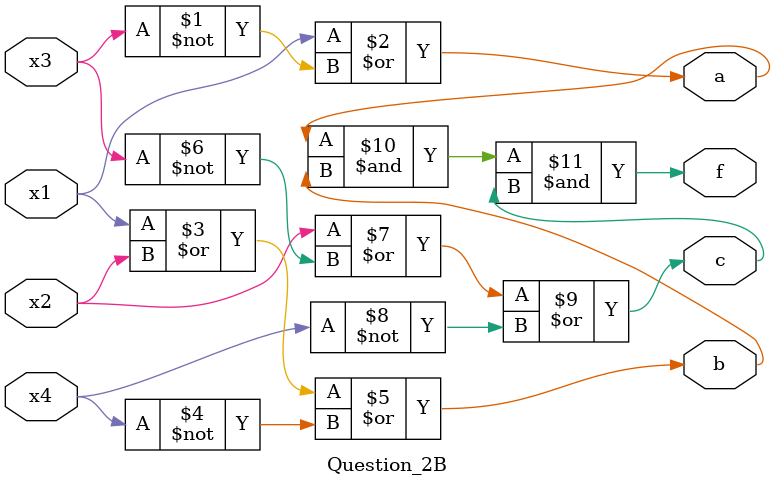
<source format=v>

module Question_2B(x1,x2,x3,x4,a,b,c,f);
	
	input x1,x2,x3,x4;
	output a,b,c,f;
	
	//No need for initial begin when using assign statements
	assign a = x1 | ~x3; 
	assign b = x1 | x2 | ~x4;
	assign c = x2 | ~x3 | ~x4;
	assign f = a & b & c;
		
endmodule
		
</source>
